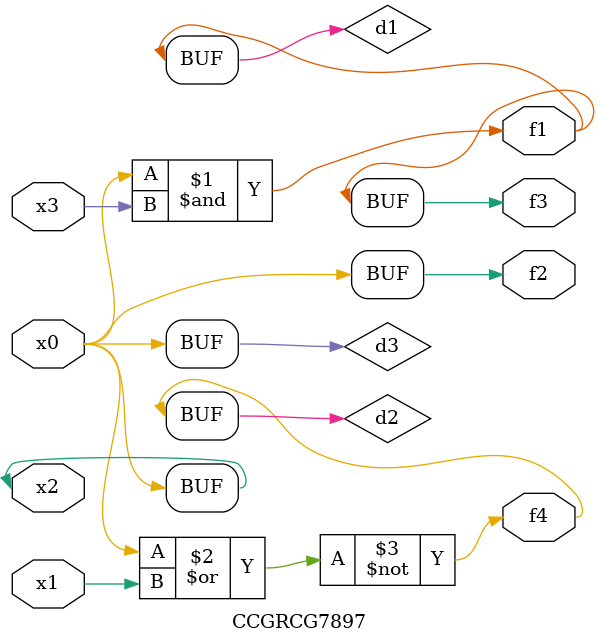
<source format=v>
module CCGRCG7897(
	input x0, x1, x2, x3,
	output f1, f2, f3, f4
);

	wire d1, d2, d3;

	and (d1, x2, x3);
	nor (d2, x0, x1);
	buf (d3, x0, x2);
	assign f1 = d1;
	assign f2 = d3;
	assign f3 = d1;
	assign f4 = d2;
endmodule

</source>
